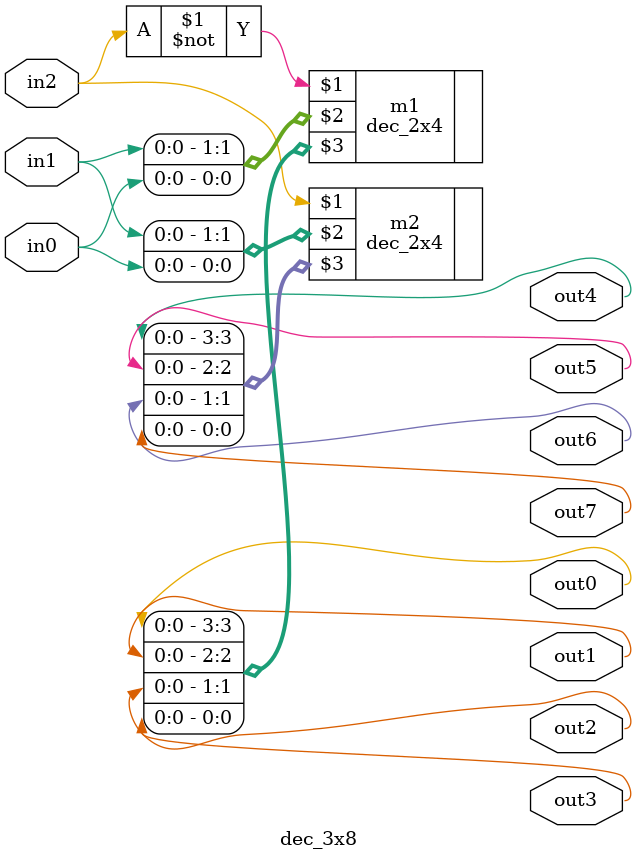
<source format=v>
`timescale 1ns / 1ps
module dec_3x8(
	input in0,
	input in1,
	input in2,
	output out0,
	output out1,
	output out2,
	output out3,
	output out4,
	output out5,
	output out6,
	output out7
    );

	dec_2x4 m1(~in2,{in1,in0},{out0,out1,out2,out3});
	dec_2x4 m2(in2,{in1,in0},{out4,out5,out6,out7});

endmodule

</source>
